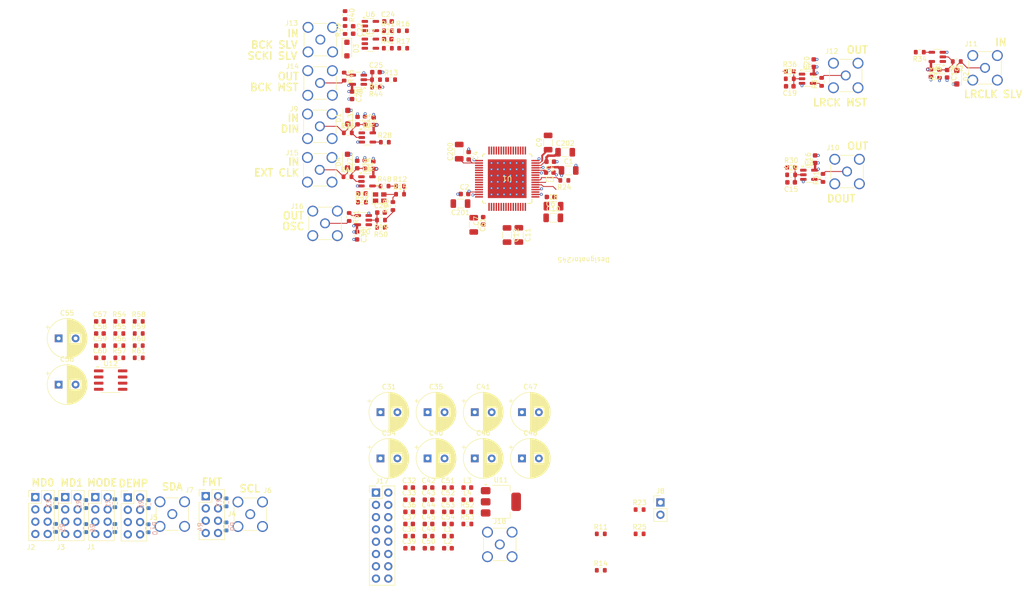
<source format=kicad_pcb>
(kicad_pcb (version 20241229) (generator "pcbnew") (generator_version "9.0")
  (layers (0 "F.Cu" signal) (2 "B.Cu" signal) (13 "F.Paste" user) (15 "B.Paste" user) (5 "F.SilkS" user "F.Silkscreen") (7 "B.SilkS" user "B.Silkscreen") (1 "F.Mask" user) (3 "B.Mask" user) (25 "Edge.Cuts" user))
  (net 0 "")
  (net 1 "+3.3V")
  (net 2 "GND")
  (net 3 "Net-(U1-VCCDA2)")
  (net 4 "Net-(U1-VCCDA1)")
  (net 5 "Net-(U1-VCCAD1)")
  (net 6 "Net-(U1-VCOMDA)")
  (net 7 "Net-(U1-VCOMAD)")
  (net 8 "Net-(U1-VREFAD2)")
  (net 9 "Net-(U1-AREFAD1)")
  (net 10 "VDD")
  (net 13 "/MD0")
  (net 15 "/DEMP_SDA")
  (net 16 "/MD1")
  (net 25 "/FMT_SCL")
  (net 34 "Net-(U1-ZERO)")
  (net 35 "/din1/OUT")
  (net 39 "/MODE")
  (net 45 "/SCKI")
  (net 52 "Net-(U1-DOUT1)")
  (net 53 "Net-(J8-Pin_2)")
  (net 55 "Net-(C59-Pad1)")
  (net 57 "Net-(C58-Pad2)")
  (net 58 "Net-(C59-Pad2)")
  (net 60 "/amp/VOCM")
  (net 62 "Net-(C58-Pad1)")
  (net 63 "Net-(Y1-~{ST})")
  (net 64 "/oscillator/OSC_OUT")
  (net 65 "Net-(C13-Pad1)")
  (net 66 "Net-(C15-Pad1)")
  (net 67 "Net-(C17-Pad1)")
  (net 68 "Net-(C19-Pad1)")
  (net 69 "Net-(C22-Pad1)")
  (net 70 "Net-(C25-Pad1)")
  (net 71 "Net-(C27-Pad1)")
  (net 72 "Net-(C29-Pad1)")
  (net 73 "Net-(C31-Pad1)")
  (net 74 "+5V")
  (net 75 "Net-(U11-VI)")
  (net 76 "/power/EURO_+12V")
  (net 77 "/power/EURO_-12V")
  (net 78 "+12V")
  (net 79 "-12V")
  (net 81 "Net-(C55-Pad1)")
  (net 82 "Net-(C56-Pad1)")
  (net 84 "Net-(C57-Pad1)")
  (net 85 "Net-(C57-Pad2)")
  (net 86 "Net-(C60-Pad2)")
  (net 87 "Net-(C60-Pad1)")
  (net 88 "Net-(D1-K)")
  (net 89 "Net-(D2-K)")
  (net 90 "Net-(D3-K)")
  (net 91 "Net-(D4-K)")
  (net 92 "Net-(J1-Pin_4)")
  (net 93 "Net-(J1-Pin_6)")
  (net 94 "Net-(J2-Pin_4)")
  (net 95 "Net-(J2-Pin_6)")
  (net 96 "Net-(J3-Pin_4)")
  (net 97 "Net-(J3-Pin_6)")
  (net 98 "Net-(J4-Pin_4)")
  (net 99 "Net-(J4-Pin_6)")
  (net 100 "Net-(J5-Pin_4)")
  (net 101 "Net-(J5-Pin_6)")
  (net 102 "Net-(J10-In)")
  (net 103 "Net-(J12-In)")
  (net 104 "Net-(J14-In)")
  (net 105 "Net-(J16-In)")
  (net 106 "/power/EURO_+5V")
  (net 111 "Net-(J18-In)")
  (net 112 "/LRCK")
  (net 113 "/lrclk_slave/OUT")
  (net 114 "/external_clock/OUT")
  (net 115 "/bck_master/IN")
  (net 116 "/BCK")
  (net 117 "/lrck_master/IN")
  (net 118 "/mclk/OUT1")
  (net 119 "/mclk/OUT2")
  (net 120 "/osc_out/IN")
  (net 121 "/dout1/IN")
  (net 122 "Net-(R28-Pad1)")
  (net 123 "Net-(R31-Pad1)")
  (net 124 "Net-(R34-Pad1)")
  (net 125 "Net-(R37-Pad1)")
  (net 126 "Net-(R41-Pad1)")
  (net 127 "Net-(R42-Pad1)")
  (net 128 "Net-(R45-Pad1)")
  (net 129 "Net-(R48-Pad1)")
  (net 130 "Net-(R51-Pad1)")
  (footprint "Resistor_SMD:R_0603_1608Metric" (layer "F.Cu") (at 83.3774 119.8118 -90)
    (property "Reference" "R51")
    (property "Value" "22")
  )
  (footprint "Resistor_SMD:R_0603_1608Metric" (layer "F.Cu") (at 143.3952 180.3238)
    (property "Reference" "R23")
    (property "Value" "4.7k")
  )
  (footprint "Connector_Coaxial:SMA_Amphenol_901-144_Vertical" (layer "F.Cu") (at 114.5014 187.5294)
    (property "Reference" "J18")
    (property "Value" "Conn_Coaxial")
  )
  (footprint "Inductor_SMD:L_0603_1608Metric" (layer "F.Cu") (at 103.7914 185.8094)
    (property "Reference" "L1")
    (property "Value" "L_Ferrite_Small")
  )
  (footprint "Capacitor_SMD:C_0603_1608Metric" (layer "F.Cu") (at 103.7914 178.2794)
    (property "Reference" "C52")
    (property "Value" "C_Small")
  )
  (footprint "Capacitor_SMD:C_1206_3216Metric" (layer "F.Cu") (at 128.0142 106.426)
    (property "Reference" "C202")
    (property "Value" "10uF")
  )
  (footprint "Resistor_SMD:R_0603_1608Metric" (layer "F.Cu") (at 181.2798 111.7346 90)
    (property "Reference" "R31")
    (property "Value" "22")
  )
  (footprint "Capacitor_SMD:C_0603_1608Metric" (layer "F.Cu") (at 124.8286 110.617 180)
    (property "Reference" "C3")
    (property "Value" "1uF")
  )
  (footprint "Capacitor_THT:CP_Radial_D8.0mm_P3.50mm" (layer "F.Cu") (at 99.590796 169.7394)
    (property "Reference" "C40")
    (property "Value" "C_Polarized_Small")
  )
  (footprint "Diode_SMD:D_SOD-123F" (layer "F.Cu") (at 208.926 90.9066 -90)
    (property "Reference" "D2")
    (property "Value" "D_Zener_Small")
  )
  (footprint "Resistor_SMD:R_0603_1608Metric" (layer "F.Cu") (at 94.488 81.3054)
    (property "Reference" "R16")
    (property "Value" "0")
  )
  (footprint "Connector_PinHeader_2.54mm:PinHeader_1x02_P2.54mm_Vertical" (layer "F.Cu") (at 147.6952 178.8538)
    (property "Reference" "J8")
    (property "Value" "Conn_01x02_Pin")
  )
  (footprint "Capacitor_SMD:C_0603_1608Metric" (layer "F.Cu") (at 88.4382 100.0204 90)
    (property "Reference" "C14")
    (property "Value" "100nF")
  )
  (footprint "Resistor_SMD:R_0603_1608Metric" (layer "F.Cu") (at 174.4218 91.2368)
    (property "Reference" "R35")
    (property "Value" "0")
  )
  (footprint "Resistor_SMD:R_0603_1608Metric" (layer "F.Cu") (at 107.8014 183.2994)
    (property "Reference" "R53")
    (property "Value" "0")
  )
  (footprint "Capacitor_SMD:C_0603_1608Metric" (layer "F.Cu") (at 99.7814 183.2994)
    (property "Reference" "C45")
    (property "Value" "C_Small")
  )
  (footprint "Resistor_SMD:R_0603_1608Metric" (layer "F.Cu") (at 92.0374 91.4146)
    (property "Reference" "R13")
    (property "Value" "0")
  )
  (footprint "Resistor_SMD:R_0603_1608Metric" (layer "F.Cu") (at 89.9428 121.9962 180)
    (property "Reference" "R50")
    (property "Value" "R_Small")
  )
  (footprint "Resistor_SMD:R_0603_1608Metric" (layer "F.Cu") (at 174.435 89.6874)
    (property "Reference" "R36")
    (property "Value" "R_Small")
  )
  (footprint "Oscillator:Oscillator_SMD_SeikoEpson_SG210-4Pin_2.5x2.0mm" (layer "F.Cu") (at 89.6892 115.809)
    (property "Reference" "Y1")
    (property "Value" "SG-210STF 24.5760ML0")
  )
  (footprint "Resistor_SMD:R_0603_1608Metric" (layer "F.Cu") (at 143.3952 185.3438)
    (property "Reference" "R25")
    (property "Value" "220k  5%")
  )
  (footprint "Resistor_SMD:R_0603_1608Metric" (layer "F.Cu") (at 91.4024 81.298)
    (property "Reference" "R41")
    (property "Value" "22")
  )
  (footprint "Capacitor_SMD:C_0603_1608Metric" (layer "F.Cu") (at 179.3748 87.9986 90)
    (property "Reference" "C20")
    (property "Value" "100nF")
  )
  (footprint "Resistor_SMD:R_0603_1608Metric" (layer "F.Cu") (at 208.926 87.6554 180)
    (property "Reference" "R32")
    (property "Value" "0")
  )
  (footprint "Resistor_SMD:R_0603_1608Metric" (layer "F.Cu") (at 86.018 116.7638)
    (property "Reference" "R38")
    (property "Value" "0")
  )
  (footprint "Capacitor_SMD:C_0603_1608Metric" (layer "F.Cu") (at 95.7714 183.2994)
    (property "Reference" "C37")
    (property "Value" "C_Small")
  )
  (footprint "Capacitor_SMD:C_0603_1608Metric" (layer "F.Cu") (at 85.0433 108.9579 90)
    (property "Reference" "C27")
    (property "Value" "C_Small")
  )
  (footprint "Connector_PinHeader_2.54mm:PinHeader_2x04_P2.54mm_Vertical" (layer "F.Cu") (at 37.6428 177.8254)
    (property "Reference" "J5")
    (property "Value" "Conn_02x04_Odd_Even")
  )
  (footprint "Capacitor_SMD:C_0603_1608Metric" (layer "F.Cu") (at 85.003 123.685 -90)
    (property "Reference" "C30")
    (property "Value" "100nF")
  )
  (footprint "Resistor_SMD:R_0603_1608Metric" (layer "F.Cu") (at 82.3468 90.7796 -90)
    (property "Reference" "R45")
    (property "Value" "22")
  )
  (footprint "Resistor_SMD:R_0603_1608Metric" (layer "F.Cu") (at 135.3752 192.8738)
    (property "Reference" "R14")
    (property "Value" "0")
  )
  (footprint "Resistor_SMD:R_0603_1608Metric" (layer "F.Cu") (at 35.891 143.913)
    (property "Reference" "R55")
    (property "Value" "1.1k")
  )
  (footprint "Capacitor_SMD:C_1206_3216Metric" (layer "F.Cu") (at 106.377 117.0432 180)
    (property "Reference" "C201")
    (property "Value" "10uF")
  )
  (footprint "Resistor_SMD:R_0603_1608Metric" (layer "F.Cu") (at 201.2806 85.725 180)
    (property "Reference" "R34")
    (property "Value" "22")
  )
  (footprint "Capacitor_SMD:C_0603_1608Metric" (layer "F.Cu") (at 108.077 107.1496 -90)
    (property "Reference" "C4")
    (property "Value" "1uF")
  )
  (footprint "Resistor_SMD:R_0603_1608Metric" (layer "F.Cu") (at 93.8784 113.4364)
    (property "Reference" "R12")
    (property "Value" "0")
  )
  (footprint "Capacitor_SMD:C_0603_1608Metric" (layer "F.Cu") (at 203.592 90.0554 -90)
    (property "Reference" "C18")
    (property "Value" "100nF")
  )
  (footprint "Connector_PinHeader_2.54mm:PinHeader_2x04_P2.54mm_Vertical" (layer "F.Cu") (at 24.7142 177.7492)
    (property "Reference" "J3")
    (property "Value" "Conn_02x04_Odd_Even")
  )
  (footprint "Connector_Coaxial:SMA_Amphenol_901-144_Vertical" (layer "F.Cu") (at 46.8376 181.2544)
    (property "Reference" "J7")
    (property "Value" "Conn_Coaxial")
  )
  (footprint "Resistor_SMD:R_0603_1608Metric" (layer "F.Cu") (at 94.5388 84.9122)
    (property "Reference" "R17")
    (property "Value" "0")
  )
  (footprint "Capacitor_SMD:C_0603_1608Metric" (layer "F.Cu") (at 91.3583 83.0326)
    (property "Reference" "C23")
    (property "Value" "100nF")
  )
  (footprint "Inductor_SMD:L_0603_1608Metric" (layer "F.Cu") (at 107.8014 175.7694)
    (property "Reference" "L3")
    (property "Value" "L_Ferrite_Small")
  )
  (footprint "Diode_SMD:D_SOD-123F" (layer "F.Cu") (at 83.0367 108.2467 90)
    (property "Reference" "D4")
    (property "Value" "D_Zener_Small")
  )
  (footprint "Capacitor_SMD:C_0603_1608Metric" (layer "F.Cu") (at 95.7714 180.7894)
    (property "Reference" "C36")
    (property "Value" "C_Small")
  )
  (footprint "Capacitor_THT:CP_Radial_D8.0mm_P3.50mm" (layer "F.Cu") (at 23.355698 144.923)
    (property "Reference" "C55")
    (property "Value" "C_Polarized_Small")
  )
  (footprint "Capacitor_SMD:C_0603_1608Metric" (layer "F.Cu") (at 95.7714 185.8094)
    (property "Reference" "C38")
    (property "Value" "C_Small")
  )
  (footprint "Resistor_SMD:R_0603_1608Metric" (layer "F.Cu") (at 92.4198 117.5512 90)
    (property "Reference" "R18")
    (property "Value" "0")
  )
  (footprint "Capacitor_SMD:C_0603_1608Metric" (layer "F.Cu") (at 89.956 118.8974)
    (property "Reference" "C29")
    (property "Value" "C_Small")
  )
  (footprint "Package_TO_SOT_SMD:SOT-223" (layer "F.Cu") (at 114.7314 178.7144)
    (property "Reference" "U11")
    (property "Value" "TLV1117-33")
  )
  (footprint "Resistor_SMD:R_0603_1608Metric" (layer "F.Cu") (at 93.893 115.1128)
    (property "Reference" "R15")
    (property "Value" "0")
  )
  (footprint "Connector_PinHeader_2.54mm:PinHeader_2x04_P2.54mm_Vertical" (layer "F.Cu") (at 18.542 177.7492)
    (property "Reference" "J2")
    (property "Value" "Conn_02x04_Odd_Even")
  )
  (footprint "Resistor_SMD:R_0603_1608Metric" (layer "F.Cu") (at 86.6856 99.8674 -90)
    (property "Reference" "R27")
    (property "Value" "R_Small")
  )
  (footprint "Resistor_SMD:R_0603_1608Metric" (layer "F.Cu") (at 83.0367 111.4979)
    (property "Reference" "R46")
    (property "Value" "0")
  )
  (footprint "Resistor_SMD:R_0603_1608Metric" (layer "F.Cu") (at 83.1042 102.4204)
    (property "Reference" "R26")
    (property "Value" "0")
  )
  (footprint "Resistor_SMD:R_0603_1608Metric" (layer "F.Cu") (at 205.3446 90.2084 90)
    (property "Reference" "R33")
    (property "Value" "R_Small")
  )
  (footprint "Resistor_SMD:R_0603_1608Metric" (layer "F.Cu") (at 39.901 148.933)
    (property "Reference" "R61")
    (property "Value" "47")
  )
  (footprint "Capacitor_SMD:C_0603_1608Metric" (layer "F.Cu") (at 103.7914 180.7894)
    (property "Reference" "C53")
    (property "Value" "C_Small")
  )
  (footprint "Resistor_SMD:R_0603_1608Metric" (layer "F.Cu") (at 91.3715 84.9122)
    (property "Reference" "R42")
    (property "Value" "22")
  )
  (footprint "Capacitor_SMD:C_0603_1608Metric" (layer "F.Cu") (at 111.0742 120.6122 90)
    (property "Reference" "C7")
    (property "Value" "1uF")
  )
  (footprint "Capacitor_THT:CP_Radial_D8.0mm_P3.50mm" (layer "F.Cu") (at 109.335494 169.7394)
    (property "Reference" "C46")
    (property "Value" "C_Polarized_Small")
  )
  (footprint "Capacitor_SMD:C_0603_1608Metric" (layer "F.Cu") (at 91.4016 79.3676)
    (property "Reference" "C24")
    (property "Value" "100nF")
  )
  (footprint "Package_TO_SOT_SMD:SOT-23-5" (layer "F.Cu") (at 85.2623 91.4298 180)
    (property "Reference" "U8")
    (property "Value" "74LVC1G17")
  )
  (footprint "Diode_SMD:D_SOD-123F" (layer "F.Cu") (at 82.9125 85.09 -90)
    (property "Reference" "D3")
    (property "Value" "D_Zener_Small")
  )
  (footprint "Resistor_SMD:R_0603_1608Metric" (layer "F.Cu") (at 174.7012 111.0996)
    (property "Reference" "R29")
    (property "Value" "0")
  )
  (footprint "Capacitor_SMD:C_1206_3216Metric" (layer "F.Cu") (at 128.729 110.1852)
    (property "Reference" "C1")
    (property "Value" "10uF")
  )
  (footprint "Capacitor_SMD:C_1206_3216Metric" (layer "F.Cu") (at 118.4402 123.5202 -90)
    (property "Reference" "C11")
    (property "Value" "10uF")
  )
  (footprint "Package_TO_SOT_SMD:SOT-23-5" (layer "F.Cu") (at 87.0554 112.4479)
    (property "Reference" "U9")
    (property "Value" "74LVC1G17")
  )
  (footprint "Connector_Coaxial:SMA_Amphenol_901-144_Vertical" (layer "F.Cu") (at 62.9412 181.2798)
    (property "Reference" "J6")
    (property "Value" "Conn_Coaxial")
  )
  (footprint "Capacitor_THT:CP_Radial_D8.0mm_P3.50mm" (layer "F.Cu") (at 119.080192 169.7394)
    (property "Reference" "C48")
    (property "Value" "C_Polarized_Small")
  )
  (footprint "Connector_Coaxial:SMA_Amphenol_901-144_Vertical" (layer "F.Cu") (at 77.3252 101.0619 180)
    (property "Reference" "J9")
    (property "Value" "Conn_Coaxial")
  )
  (footprint "Resistor_SMD:R_0603_1608Metric" (layer "F.Cu") (at 35.891 148.933)
    (property "Reference" "R57")
    (property "Value" "1.1k")
  )
  (footprint "Resistor_SMD:R_0603_1608Metric" (layer "F.Cu") (at 174.7144 109.5502)
    (property "Reference" "R30")
    (property "Value" "R_Small")
  )
  (footprint "Resistor_SMD:R_0603_1608Metric" (layer "F.Cu") (at 82.5315 81.1398 90)
    (property "Reference" "R39")
    (property "Value" "0")
  )
  (footprint "footprints:PAP0064J_M" (layer "F.Cu") (at 116.034201 111.902399 180)
    (property "Reference" "U1")
    (property "Value" "PCM3168APAPR")
  )
  (footprint "Package_TO_SOT_SMD:SOT-23-5" (layer "F.Cu") (at 87.7515 83.9724)
    (property "Reference" "U7")
    (property "Value" "74LVC1G17")
  )
  (footprint "Capacitor_SMD:C_0603_1608Metric" (layer "F.Cu") (at 95.7714 175.7694)
    (property "Reference" "C32")
    (property "Value" "C_Small")
  )
  (footprint "Resistor_SMD:R_0603_1608Metric" (layer "F.Cu") (at 86.6181 108.9449 -90)
    (property "Reference" "R47")
    (property "Value" "R_Small")
  )
  (footprint "Connector_Coaxial:SMA_Amphenol_901-144_Vertical" (layer "F.Cu") (at 78.399 121.1326 180)
    (property "Reference" "J16")
    (property "Value" "Conn_Coaxial")
  )
  (footprint "Package_TO_SOT_SMD:SOT-23-5" (layer "F.Cu") (at 204.9073 86.7054 180)
    (property "Reference" "U4")
    (property "Value" "74LVC1G17")
  )
  (footprint "Inductor_SMD:L_0603_1608Metric" (layer "F.Cu") (at 103.7914 188.3194)
    (property "Reference" "L2")
    (property "Value" "L_Ferrite_Small")
  )
  (footprint "Capacitor_SMD:C_0603_1608Metric" (layer "F.Cu") (at 124.9946 115.6716 180)
    (property "Reference" "C6")
    (property "Value" "1uF")
  )
  (footprint "Resistor_SMD:R_0603_1608Metric" (layer "F.Cu") (at 127.8388 112.2426 180)
    (property "Reference" "R24")
    (property "Value" "22")
  )
  (footprint "Capacitor_SMD:C_0603_1608Metric" (layer "F.Cu") (at 99.7814 178.2794)
    (property "Reference" "C43")
    (property "Value" "C_Small")
  )
  (footprint "Resistor_SMD:R_0603_1608Metric" (layer "F.Cu") (at 39.901 146.423)
    (property "Reference" "R60")
    (property "Value" "47")
  )
  (footprint "Resistor_SMD:R_0603_1608Metric" (layer "F.Cu") (at 35.891 141.403)
    (property "Reference" "R54")
    (property "Value" "1.1k")
  )
  (footprint "Capacitor_SMD:C_1206_3216Metric" (layer "F.Cu") (at 106.1212 106.3008 90)
    (property "Reference" "C200")
    (property "Value" "10uF")
  )
  (footprint "Connector_Coaxial:SMA_Amphenol_901-144_Vertical" (layer "F.Cu") (at 186.2582 110.4138)
    (property "Reference" "J10")
    (property "Value" "Conn_Coaxial")
  )
  (footprint "Capacitor_SMD:C_0603_1608Metric" (layer "F.Cu") (at 103.7914 183.2994)
    (property "Reference" "C54")
    (property "Value" "C_Small")
  )
  (footprint "Capacitor_SMD:C_0603_1608Metric" (layer "F.Cu") (at 84.2079 81.14 -90)
    (property "Reference" "C22")
    (property "Value" "C_Small")
  )
  (footprint "Capacitor_THT:CP_Radial_D8.0mm_P3.50mm" (layer "F.Cu") (at 89.846098 169.7394)
    (property "Reference" "C34")
    (property "Value" "C_Polarized_Small")
  )
  (footprint "Capacitor_SMD:C_0603_1608Metric" (layer "F.Cu") (at 31.881 143.913)
    (property "Reference" "C58")
    (property "Value" "1n")
  )
  (footprint "Package_TO_SOT_SMD:SOT-23-5" (layer "F.Cu") (at 86.2929 120.462 180)
    (property "Reference" "U10")
    (property "Value" "74LVC1G17")
  )
  (footprint "Capacitor_THT:CP_Radial_D8.0mm_P3.50mm" (layer "F.Cu") (at 119.080192 160.1894)
    (property "Reference" "C47")
    (property "Value" "C_Polarized_Small")
  )
  (footprint "Package_SO:SOIC-8_3.9x4.9mm_P1.27mm" (layer "F.Cu") (at 34.101 153.543)
    (property "Reference" "U12")
    (property "Value" "OPA1637")
  )
  (footprint "Resistor_SMD:R_0603_1608Metric" (layer "F.Cu") (at 90.6821 113.4283)
    (property "Reference" "R48")
    (property "Value" "22")
  )
  (footprint "Resistor_SMD:R_0603_1608Metric" (layer "F.Cu") (at 181.0004 91.8718 90)
    (property "Reference" "R37")
    (property "Value" "22")
  )
  (footprint "Capacitor_SMD:C_0603_1608Metric" (layer "F.Cu") (at 99.7814 180.7894)
    (property "Reference" "C44")
    (property "Value" "C_Small")
  )
  (footprint "Capacitor_SMD:C_0603_1608Metric" (layer "F.Cu") (at 99.7814 188.3194)
    (property "Reference" "C50")
    (property "Value" "C_Small")
  )
  (footprint "Capacitor_SMD:C_0603_1608Metric" (layer "F.Cu") (at 31.881 148.933)
    (property "Reference" "C60")
    (property "Value" "39n")
  )
  (footprint "Resistor_SMD:R_0603_1608Metric" (layer "F.Cu") (at 39.901 143.913)
    (property "Reference" "R59")
    (property "Value" "560")
  )
  (footprint "Capacitor_SMD:C_0603_1608Metric" (layer "F.Cu") (at 85.1108 99.8804 90)
    (property "Reference" "C13")
    (property "Value" "C_Small")
  )
  (footprint "Capacitor_SMD:C_0603_1608Metric" (layer "F.Cu") (at 99.7814 175.7694)
    (property "Reference" "C42")
    (property "Value" "C_Small")
  )
  (footprint "Capacitor_THT:CP_Radial_D8.0mm_P3.50mm" (layer "F.Cu") (at 109.335494 160.1894)
    (property "Reference" "C41")
    (property "Value" "C_Polarized_Small")
  )
  (footprint "Capacitor_SMD:C_0603_1608Metric" (layer "F.Cu") (at 103.7914 175.7694)
    (property "Reference" "C51")
    (property "Value" "C_Small")
  )
  (footprint "Package_TO_SOT_SMD:SOT-23-5" (layer "F.Cu") (at 178.3643 111.0844)
    (property "Reference" "U3")
    (property "Value" "74LVC1G17")
  )
  (footprint "Connector_PinHeader_2.54mm:PinHeader_2x04_P2.54mm_Vertical" (layer "F.Cu") (at 30.9372 177.7492)
    (property "Reference" "J1")
    (property "Value" "Conn_02x04_Odd_Even")
  )
  (footprint "Capacitor_SMD:C_1206_3216Metric" (layer "F.Cu") (at 125.5528 119.9896)
    (property "Reference" "C10")
    (property "Value" "10uF")
  )
  (footprint "Capacitor_THT:CP_Radial_D8.0mm_P3.50mm" (layer "F.Cu") (at 23.355698 154.473)
    (property "Reference" "C56")
    (property "Value" "C_Polarized_Small")
  )
  (footprint "Resistor_SMD:R_0603_1608Metric" (layer "F.Cu") (at 89.956 120.4468 180)
    (property "Reference" "R49")
    (property "Value" "0")
  )
  (footprint "Capacitor_SMD:C_1206_3216Metric" (layer "F.Cu") (at 116.0018 123.5456 -90)
    (property "Reference" "C12")
    (property "Value" "10uF")
  )
  (footprint "Diode_SMD:D_SOD-123F" (layer "F.Cu") (at 83.1042 99.1692 90)
    (property "Reference" "D1")
    (property "Value" "D_Zener_Small")
  )
  (footprint "Capacitor_SMD:C_0603_1608Metric" (layer "F.Cu") (at 99.7814 185.8094)
    (property "Reference" "C49")
    (property "Value" "C_Small")
  )
  (footprint "Capacitor_SMD:C_1206_3216Metric" (layer "F.Cu") (at 109.1184 121.4356 -90)
    (property "Reference" "C61")
    (property "Value" "10uF")
  )
  (footprint "Connector_Coaxial:SMA_Amphenol_901-144_Vertical" (layer "F.Cu") (at 77.2963 110.0582 180)
    (property "Reference" "J15")
    (property "Value" "Conn_Coaxial")
  )
  (footprint "Capacitor_SMD:C_0603_1608Metric" (layer "F.Cu") (at 83.9724 94.6528 -90)
    (property "Reference" "C26")
    (property "Value" "100nF")
  )
  (footprint "Connector_Coaxial:SMA_Amphenol_901-144_Vertical" (layer "F.Cu") (at 214.768 88.9732)
    (property "Reference" "J11")
    (property "Value" "Conn_Coaxial")
  )
  (footprint "Capacitor_SMD:C_0603_1608Metric" (layer "F.Cu") (at 179.6542 107.8614 90)
    (property "Reference" "C16")
    (property "Value" "100nF")
  )
  (footprint "Resistor_SMD:R_0603_1608Metric" (layer "F.Cu") (at 107.8014 180.7894)
    (property "Reference" "R52")
    (property "Value" "0")
  )
  (footprint "Resistor_SMD:R_0603_1608Metric" (layer "F.Cu") (at 35.891 146.423)
    (property "Reference" "R56")
    (property "Value" "1.1k")
  )
  (footprint "Connector_Coaxial:SMA_Amphenol_901-144_Vertical" (layer "F.Cu") (at 185.9788 90.551)
    (property "Reference" "J12")
    (property "Value" "Conn_Coaxial")
  )
  (footprint "Capacitor_SMD:C_0603_1608Metric" (layer "F.Cu") (at 174.7012 112.649 180)
    (property "Reference" "C15")
    (property "Value" "C_Small")
  )
  (footprint "Inductor_SMD:L_0603_1608Metric" (layer "F.Cu") (at 107.8014 178.2794)
    (property "Reference" "L4")
    (property "Value" "L_Ferrite_Small")
  )
  (footprint "Connector_Coaxial:SMA_Amphenol_901-144_Vertical" (layer "F.Cu") (at 77.3684 92.1004 180)
    (property "Reference" "J14")
    (property "Value" "Conn_Coaxial")
  )
  (footprint "Capacitor_SMD:C_0603_1608Metric" (layer "F.Cu") (at 124.9296 108.3818 180)
    (property "Reference" "C5")
    (property "Value" "1uF")
  )
  (footprint "Resistor_SMD:R_0603_1608Metric" (layer "F.Cu") (at 135.3752 185.3438)
    (property "Reference" "R11")
    (property "Value" "0")
  )
  (footprint "Capacitor_SMD:C_1206_3216Metric" (layer "F.Cu") (at 125.6054 117.5766)
    (property "Reference" "C8")
    (property "Value" "10uF")
  )
  (footprint "Capacitor_SMD:C_0603_1608Metric" (layer "F.Cu") (at 206.9194 90.1954 -90)
    (property "Reference" "C17")
    (property "Value" "C_Small")
  )
  (footprint "Capacitor_SMD:C_0603_1608Metric" (layer "F.Cu") (at 95.7714 188.3194)
    (property "Reference" "C39")
    (property "Value" "C_Small")
  )
  (footprint "Resistor_SMD:R_0603_1608Metric" (layer "F.Cu") (at 82.5315 78.0674 -90)
    (property "Reference" "R40")
    (property "Value" "R_Small")
  )
  (footprint "Resistor_SMD:R_0603_1608Metric" (layer "F.Cu") (at 39.901 141.403)
    (property "Reference" "R58")
    (property "Value" "560")
  )
  (footprint "Capacitor_SMD:C_0603_1608Metric" (layer "F.Cu") (at 86.018 114.9604 180)
    (property "Reference" "C21")
    (property "Value" "100nF")
  )
  (footprint "Package_TO_SOT_SMD:SOT-23-5" (layer "F.Cu") (at 87.757 80.3187)
    (property "Reference" "U6")
    (property "Value" "74LVC1G17")
  )
  (footprint "Resistor_SMD:R_0603_1608Metric" (layer "F.Cu") (at 88.9122 92.964 180)
    (property "Reference" "R44")
    (property "Value" "R_Small")
  )
  (footprint "Connector_PinHeader_2.54mm:PinHeader_2x08_P2.54mm_Vertical" (layer "F.Cu") (at 88.9214 176.8094)
    (property "Reference" "J17")
    (property "Value" "Conn_02x08_Odd_Even")
  )
  (footprint "Capacitor_SMD:C_0603_1608Metric" (layer "F.Cu") (at 88.3707 109.0979 90)
    (property "Reference" "C28")
    (property "Value" "100nF")
  )
  (footprint "Capacitor_SMD:C_0603_1608Metric" (layer "F.Cu") (at 88.9254 89.8652)
    (property "Reference" "C25")
    (property "Value" "C_Small")
  )
  (footprint "Capacitor_THT:CP_Radial_D8.0mm_P3.50mm" (layer "F.Cu") (at 99.590796 160.1894)
    (property "Reference" "C35")
    (property "Value" "C_Polarized_Small")
  )
  (footprint "Capacitor_SMD:C_0603_1608Metric" (layer "F.Cu") (at 95.7714 178.2794)
    (property "Reference" "C33")
    (property "Value" "C_Small")
  )
  (footprint "Capacitor_SMD:C_0603_1608Metric" (layer "F.Cu") (at 174.4218 92.7862 180)
    (property "Reference" "C19")
    (property "Value" "C_Small")
  )
  (footprint "Connector_PinHeader_2.54mm:PinHeader_2x04_P2.54mm_Vertical" (layer "F.Cu") (at 53.7464 177.546)
    (property "Reference" "J4")
    (property "Value" "Conn_02x04_Odd_Even")
  )
  (footprint "Capacitor_SMD:C_0603_1608Metric" (layer "F.Cu") (at 107.2134 115.062)
    (property "Reference" "C2")
    (property "Value" "1uF")
  )
  (footprint "Package_TO_SOT_SMD:SOT-23-5" (layer "F.Cu") (at 87.1229 103.3704)
    (property "Reference" "U2")
    (property "Value" "74LVC1G17")
  )
  (footprint "Capacitor_SMD:C_0603_1608Metric" (layer "F.Cu") (at 31.881 146.423)
    (property "Reference" "C59")
    (property "Value" "1n")
  )
  (footprint "Package_TO_SOT_SMD:SOT-23-5" (layer "F.Cu") (at 178.0849 91.2216)
    (property "Reference" "U5")
    (property "Value" "74LVC1G17")
  )
  (footprint "Resistor_SMD:R_0603_1608Metric" (layer "F.Cu") (at 88.9254 91.4146 180)
    (property "Reference" "R43")
    (property "Value" "0")
  )
  (footprint "Capacitor_SMD:C_1206_3216Metric" (layer "F.Cu") (at 124.4854 104.4194 90)
    (property "Reference" "C9")
    (property "Value" "10uF")
  )
  (footprint "Connector_Coaxial:SMA_Amphenol_901-144_Vertical" (layer "F.Cu") (at 77.4261 83.1342)
    (property "Reference" "J13")
    (property "Value" "Conn_Coaxial")
  )
  (footprint "Capacitor_THT:CP_Radial_D8.0mm_P3.50mm" (layer "F.Cu") (at 89.846098 160.1894)
    (property "Reference" "C31")
    (property "Value" "C_Polarized_Small")
  )
  (footprint "Capacitor_SMD:C_0603_1608Metric" (layer "F.Cu") (at 31.881 141.403)
    (property "Reference" "C57")
    (property "Value" "6.8n")
  )
  (footprint "Resistor_SMD:R_0603_1608Metric" (layer "F.Cu") (at 90.7496 104.3508)
    (property "Reference" "R28")
    (property "Value" "22")
  )
  (footprint "Resistor_SMD:R_0603_1608Metric" (layer "B.Cu") (at 28.9814 184.15 90)
    (property "Reference" "R6")
    (property "Value" "220k  5%")
  )
  (footprint "Resistor_SMD:R_0603_1608Metric" (layer "B.Cu") (at 41.8846 179.197 -90)
    (property "Reference" "R8")
    (property "Value" "220k  5%")
  )
  (footprint "Resistor_SMD:R_0603_1608Metric" (layer "B.Cu") (at 34.9758 179.007 -90)
    (property "Reference" "R1")
    (property "Value" "220k  5%")
  )
  (footprint "Resistor_SMD:R_0603_1608Metric" (layer "B.Cu") (at 57.9628 183.8066 90)
    (property "Reference" "R9")
    (property "Value" "220k  5%")
  )
  (footprint "Resistor_SMD:R_0603_1608Metric" (layer "B.Cu") (at 34.9758 184.1378 90)
    (property "Reference" "R4")
    (property "Value" "220k  5%")
  )
  (footprint "Resistor_SMD:R_0603_1608Metric" (layer "B.Cu") (at 22.7838 178.9816 -90)
    (property "Reference" "R2")
    (property "Value" "220k  5%")
  )
  (footprint "Resistor_SMD:R_0603_1608Metric" (layer "B.Cu") (at 22.733 184.1124 90)
    (property "Reference" "R5")
    (property "Value" "220k  5%")
  )
  (footprint "Resistor_SMD:R_0603_1608Metric" (layer "B.Cu") (at 28.9814 179.1838 -90)
    (property "Reference" "R3")
    (property "Value" "220k  5%")
  )
  (footprint "Resistor_SMD:R_0603_1608Metric" (layer "B.Cu") (at 57.9628 178.8282 -90)
    (property "Reference" "R7")
    (property "Value" "220k  5%")
  )
  (footprint "Resistor_SMD:R_0603_1608Metric" (layer "B.Cu") (at 41.8592 184.1876 90)
    (property "Reference" "R10")
    (property "Value" "220k  5%")
  )
  (gr_text "LRCK MST" (at 179.0446 97.028 0) (layer "F.SilkS") (effects (font (size 1.5 1.5) (thickness 0.3) (bold yes)) (justify left bottom)))
  (gr_text "IN" (at 70.4926 100.2491 0) (layer "F.SilkS") (effects (font (size 1.5 1.5) (thickness 0.3) (bold yes)) (justify left bottom)))
  (gr_text "MODE" (at 29.083 175.641 0) (layer "F.SilkS") (effects (font (size 1.5 1.5) (thickness 0.3) (bold yes)) (justify left bottom)))
  (gr_text "OUT" (at 69.5198 120.4214 0) (layer "F.SilkS") (effects (font (size 1.5 1.5) (thickness 0.3) (bold yes)) (justify left bottom)))
  (gr_text "OSC" (at 69.3674 122.6312 0) (layer "F.SilkS") (effects (font (size 1.5 1.5) (thickness 0.3) (bold yes)) (justify left bottom)))
  (gr_text "IN" (at 216.6984 84.579 0) (layer "F.SilkS") (effects (font (size 1.5 1.5) (thickness 0.3) (bold yes)) (justify left bottom)))
  (gr_text "BCK SLV" (at 62.9158 85.09 0) (layer "F.SilkS") (effects (font (size 1.5 1.5) (thickness 0.3) (bold yes)) (justify left bottom)))
  (gr_text "OUT" (at 68.453 91.6178 0) (layer "F.SilkS") (effects (font (size 1.5 1.5) (thickness 0.3) (bold yes)) (justify left bottom)))
  (gr_text "DOUT" (at 181.9402 116.8908 0) (layer "F.SilkS") (effects (font (size 1.5 1.5) (thickness 0.3) (bold yes)) (justify left bottom)))
  (gr_text "SDA" (at 44.5262 176.4792 0) (layer "F.SilkS") (effects (font (size 1.5 1.5) (thickness 0.3) (bold yes)) (justify left bottom)))
  (gr_text "EXT CLK" (at 63.5508 111.5314 0) (layer "F.SilkS") (effects (font (size 1.5 1.5) (thickness 0.3) (bold yes)) (justify left bottom)))
  (gr_text "DIN" (at 69.0702 102.4843 0) (layer "F.SilkS") (effects (font (size 1.5 1.5) (thickness 0.3) (bold yes)) (justify left bottom)))
  (gr_text "OUT" (at 186.0296 86.1314 0) (layer "F.SilkS") (effects (font (size 1.5 1.5) (thickness 0.3) (bold yes)) (justify left bottom)))
  (gr_text "FMT" (at 52.7558 175.514 0) (layer "F.SilkS") (effects (font (size 1.5 1.5) (thickness 0.3) (bold yes)) (justify left bottom)))
  (gr_text "LRCLK SLV" (at 210.2214 95.2978 0) (layer "F.SilkS") (effects (font (size 1.5 1.5) (thickness 0.3) (bold yes)) (justify left bottom)))
  (gr_text "IN" (at 70.5866 109.2962 0) (layer "F.SilkS") (effects (font (size 1.5 1.5) (thickness 0.3) (bold yes)) (justify left bottom)))
  (gr_text "DEMP" (at 35.56 175.7934 0) (layer "F.SilkS") (effects (font (size 1.5 1.5) (thickness 0.3) (bold yes)) (justify left bottom)))
  (gr_text "SCKI SLV" (at 62.2046 87.376 0) (layer "F.SilkS") (effects (font (size 1.5 1.5) (thickness 0.3) (bold yes)) (justify left bottom)))
  (gr_text "IN" (at 70.4342 82.7278 0) (layer "F.SilkS") (effects (font (size 1.5 1.5) (thickness 0.3) (bold yes)) (justify left bottom)))
  (gr_text "BCK MST" (at 62.738 93.8784 0) (layer "F.SilkS") (effects (font (size 1.5 1.5) (thickness 0.3) (bold yes)) (justify left bottom)))
  (gr_text "MD0" (at 17.5768 175.641 0) (layer "F.SilkS") (effects (font (size 1.5 1.5) (thickness 0.3) (bold yes)) (justify left bottom)))
  (gr_text "SCL" (at 60.579 176.8602 0) (layer "F.SilkS") (effects (font (size 1.5 1.5) (thickness 0.3) (bold yes)) (justify left bottom)))
  (gr_text "MD1" (at 23.5712 175.6664 0) (layer "F.SilkS") (effects (font (size 1.5 1.5) (thickness 0.3) (bold yes)) (justify left bottom)))
  (gr_text "OUT" (at 186.1058 106.0196 0) (layer "F.SilkS") (effects (font (size 1.5 1.5) (thickness 0.3) (bold yes)) (justify left bottom)))
  (segment (start 126.5936 109.5248) (end 124.3584 109.5248) (width 0.508) (layer "F.Cu") (net 1))
  (segment (start 124.0536 110.617) (end 124.46 110.2106) (width 0.1778) (layer "F.Cu") (net 1))
  (segment (start 123.7234 110.2614) (end 123.8758 110.4138) (width 0.508) (layer "F.Cu") (net 1))
  (segment (start 127.254 110.1852) (end 127.254 111.2266) (width 0.508) (layer "F.Cu") (net 1))
  (segment (start 108.398001 114.652399) (end 107.9884 115.062) (width 0.1778) (layer "F.Cu") (net 1))
  (segment (start 124.46 110.2106) (end 124.6632 110.2106) (width 0.1778) (layer "F.Cu") (net 1))
  (segment (start 123.5382 110.1524) (end 123.5456 110.1598) (width 0.1778) (layer "F.Cu") (net 1))
  (segment (start 124.0536 110.617) (end 124.0028 110.617) (width 0.508) (layer "F.Cu") (net 1))
  (segment (start 108.1532 114.4778) (end 108.1532 114.8972) (width 0.1778) (layer "F.Cu") (net 1))
  (segment (start 127.254 110.1852) (end 126.5936 109.5248) (width 0.508) (layer "F.Cu") (net 1))
  (segment (start 110.209201 114.652399) (end 108.398001 114.652399) (width 0.1778) (layer "F.Cu") (net 1))
  (segment (start 121.859201 110.1524) (end 123.5382 110.1524) (width 0.1778) (layer "F.Cu") (net 1))
  (segment (start 127.254 111.2266) (end 127.2794 111.252) (width 0.508) (layer "F.Cu") (net 1))
  (segment (start 108.1532 114.8972) (end 107.9884 115.062) (width 0.1778) (layer "F.Cu") (net 1))
  (via (at 108.1532 114.4778) (size 0.6) (drill 0.3) (layers "F.Cu" "B.Cu") (net 1))
  (via (at 124.6632 110.2106) (size 0.6) (drill 0.3) (layers "F.Cu" "B.Cu") (net 1))
  (via (at 127.2794 111.252) (size 0.6) (drill 0.3) (layers "F.Cu" "B.Cu") (net 1))
  (segment (start 173.8894 109.5502) (end 173.3042 109.5502) (width 0.1778) (layer "F.Cu") (net 2))
  (segment (start 85.003 124.46) (end 84.3426 124.46) (width 0.1778) (layer "F.Cu") (net 2))
  (segment (start 83.9724 95.4278) (end 83.312 95.4278) (width 0.1778) (layer "F.Cu") (net 2))
  (segment (start 123.074202 115.152398) (end 123.0884 115.1382) (width 0.1778) (layer "F.Cu") (net 2))
  (segment (start 176.9474 92.6482) (end 176.9364 92.6592) (width 0.1778) (layer "F.Cu") (net 2))
  (segment (start 87.4304 119.512) (end 87.4304 119.0354) (width 0.1778) (layer "F.Cu") (net 2))
  (segment (start 206.0448 85.7554) (end 206.889 85.7554) (width 0.508) (layer "F.Cu") (net 2))
  (segment (start 109.346199 108.152399) (end 109.1946 108.0008) (width 0.1778) (layer "F.Cu") (net 2))
  (segment (start 110.209201 115.152398) (end 109.053402 115.152398) (width 0.1778) (layer "F.Cu") (net 2))
  (segment (start 130.204 109.1402) (end 130.2258 109.1184) (width 0.1778) (layer "F.Cu") (net 2))
  (segment (start 83.8184 97.7692) (end 83.8408 97.7468) (width 0.1778) (layer "F.Cu") (net 2))
  (segment (start 109.053402 115.152398) (end 108.9406 115.2652) (width 0.1778) (layer "F.Cu") (net 2))
  (segment (start 87.4304 119.0354) (end 87.4414 119.0244) (width 0.1778) (layer "F.Cu") (net 2))
  (segment (start 130.204 110.1852) (end 130.204 109.1402) (width 0.1778) (layer "F.Cu") (net 2))
  (segment (start 85.1412 104.3204) (end 85.1362 104.3254) (width 0.508) (layer "F.Cu") (net 2))
  (segment (start 88.4382 99.2454) (end 88.4382 98.6104) (width 0.1778) (layer "F.Cu") (net 2))
  (segment (start 126.1878 111.0996) (end 126.0862 111.0996) (width 0.1778) (layer "F.Cu") (net 2))
  (segment (start 86.3998 90.0032) (end 86.4108 89.9922) (width 0.1778) (layer "F.Cu") (net 2))
  (segment (start 106.4384 115.062) (end 105.8418 115.062) (width 0.1778) (layer "F.Cu") (net 2))
  (segment (start 208.2118 92.3066) (end 208.1894 92.329) (width 0.1778) (layer "F.Cu") (net 2))
  (segment (start 206.889 85.7554) (end 206.894 85.7504) (width 0.508) (layer "F.Cu") (net 2))
  (segment (start 122.581201 108.152399) (end 122.6058 108.1278) (width 0.1778) (layer "F.Cu") (net 2))
  (segment (start 206.9194 90.9704) (end 206.9194 91.5924) (width 0.1778) (layer "F.Cu") (net 2))
  (segment (start 122.6058 108.1278) (end 122.6058 107.7722) (width 0.1778) (layer "F.Cu") (net 2))
  (segment (start 177.2268 112.511) (end 177.2158 112.522) (width 0.1778) (layer "F.Cu") (net 2))
  (segment (start 177.2268 112.0344) (end 177.2268 112.511) (width 0.1778) (layer "F.Cu") (net 2))
  (segment (start 85.1108 99.1054) (end 85.1108 98.4834) (width 0.1778) (layer "F.Cu") (net 2))
  (segment (start 203.592 90.8304) (end 203.592 91.4654) (width 0.1778) (layer "F.Cu") (net 2))
  (segment (start 89.7372 92.964) (end 90.3224 92.964) (width 0.1778) (layer "F.Cu") (net 2))
  (segment (start 179.6542 107.0864) (end 180.3146 107.0864) (width 0.1778) (layer "F.Cu") (net 2))
  (segment (start 125.7046 108.3818) (end 126.3396 108.3818) (width 0.1778) (layer "F.Cu") (net 2))
  (segment (start 85.0737 113.3979) (end 85.0687 113.4029) (width 0.508) (layer "F.Cu") (net 2))
  (segment (start 85.9179 113.3979) (end 85.0737 113.3979) (width 0.508) (layer "F.Cu") (net 2))
  (segment (start 83.0367 106.8467) (end 83.7509 106.8467) (width 0.1778) (layer "F.Cu") (net 2))
  (segment (start 85.0433 108.1829) (end 85.0433 107.5609) (width 0.1778) (layer "F.Cu") (net 2))
  (segment (start 86.6181 108.1199) (end 86.6181 107.5355) (width 0.1778) (layer "F.Cu") (net 2))
  (segment (start 83.1042 97.7692) (end 83.8184 97.7692) (width 0.1778) (layer "F.Cu") (net 2))
  (segment (start 173.61 89.6874) (end 173.0248 89.6874) (width 0.1778) (layer "F.Cu") (net 2))
  (segment (start 88.3707 108.3229) (end 88.3707 107.6879) (width 0.1778) (layer "F.Cu") (net 2))
  (segment (start 89.7004 89.8652) (end 90.3478 89.8652) (width 0.1778) (layer "F.Cu") (net 2))
  (segment (start 121.859201 115.152398) (end 123.074202 115.152398) (width 0.1778) (layer "F.Cu") (net 2))
  (segment (start 123.047599 110.652399) (end 123.1138 110.7186) (width 0.1778) (layer "F.Cu") (net 2))
  (segment (start 176.9474 92.1716) (end 176.9474 92.6482) (width 0.1778) (layer "F.Cu") (net 2))
  (segment (start 86.6856 99.0424) (end 86.6856 98.458) (width 0.1778) (layer "F.Cu") (net 2))
  (segment (start 121.859201 110.652399) (end 123.047599 110.652399) (width 0.1778) (layer "F.Cu") (net 2))
  (segment (start 110.209201 108.152399) (end 109.346199 108.152399) (width 0.1778) (layer "F.Cu") (net 2))
  (segment (start 83.7509 106.8467) (end 83.7733 106.8243) (width 0.1778) (layer "F.Cu") (net 2))
  (segment (start 179.3748 87.2236) (end 180.0352 87.2236) (width 0.1778) (layer "F.Cu") (net 2))
  (segment (start 90.7678 121.9962) (end 91.353 121.9962) (width 0.1778) (layer "F.Cu") (net 2))
  (segment (start 105.8418 115.062) (end 105.8164 115.0874) (width 0.1778) (layer "F.Cu") (net 2))
  (segment (start 121.859201 108.152399) (end 122.581201 108.152399) (width 0.1778) (layer "F.Cu") (net 2))
  (segment (start 86.3998 90.4798) (end 86.3998 90.0032) (width 0.1778) (layer "F.Cu") (net 2))
  (segment (start 205.3446 91.0334) (end 205.3446 91.6178) (width 0.1778) (layer "F.Cu") (net 2))
  (segment (start 126.0862 111.0996) (end 125.6036 110.617) (width 0.1778) (layer "F.Cu") (net 2))
  (segment (start 108.077 106.3746) (end 108.077 105.7656) (width 0.1778) (layer "F.Cu") (net 2))
  (segment (start 208.926 92.3066) (end 208.2118 92.3066) (width 0.1778) (layer "F.Cu") (net 2))
  (segment (start 85.9854 104.3204) (end 85.1412 104.3204) (width 0.508) (layer "F.Cu") (net 2))
  (via (at 180.0352 87.2236) (size 0.6) (drill 0.3) (layers "F.Cu" "B.Cu") (net 2))
  (via (at 83.312 95.4278) (size 0.6) (drill 0.3) (layers "F.Cu" "B.Cu") (net 2))
  (via (at 85.1108 98.4834) (size 0.6) (drill 0.3) (layers "F.Cu" "B.Cu") (net 2))
  (via (at 83.7733 106.8243) (size 0.6) (drill 0.3) (layers "F.Cu" "B.Cu") (net 2))
  (via (at 205.3446 91.6178) (size 0.6) (drill 0.3) (layers "F.Cu" "B.Cu") (net 2))
  (via (at 109.1946 108.0008) (size 0.6) (drill 0.3) (layers "F.Cu" "B.Cu") (net 2))
  (via (at 83.8408 97.7468) (size 0.6) (drill 0.3) (layers "F.Cu" "B.Cu") (net 2))
  (via (at 86.6181 107.5355) (size 0.6) (drill 0.3) (layers "F.Cu" "B.Cu") (net 2))
  (via (at 180.3146 107.0864) (size 0.6) (drill 0.3) (layers "F.Cu" "B.Cu") (net 2))
  (via (at 85.0687 113.4029) (size 0.6) (drill 0.3) (layers "F.Cu" "B.Cu") (net 2))
  (via (at 123.0884 115.1382) (size 0.6) (drill 0.3) (layers "F.Cu" "B.Cu") (net 2))
  (via (at 176.9364 92.6592) (size 0.6) (drill 0.3) (layers "F.Cu" "B.Cu") (net 2))
  (via (at 85.0433 107.5609) (size 0.6) (drill 0.3) (layers "F.Cu" "B.Cu") (net 2))
  (via (at 108.9406 115.2652) (size 0.6) (drill 0.3) (layers "F.Cu" "B.Cu") (net 2))
  (via (at 177.2158 112.522) (size 0.6) (drill 0.3) (layers "F.Cu" "B.Cu") (net 2))
  (via (at 203.592 91.4654) (size 0.6) (drill 0.3) (layers "F.Cu" "B.Cu") (net 2))
  (via (at 208.1894 92.329) (size 0.6) (drill 0.3) (layers "F.Cu" "B.Cu") (net 2))
  (via (at 130.2258 109.1184) (size 0.6) (drill 0.3) (layers "F.Cu" "B.Cu") (net 2))
  (via (at 84.3426 124.46) (size 0.6) (drill 0.3) (layers "F.Cu" "B.Cu") (net 2))
  (via (at 105.8164 115.0874) (size 0.6) (drill 0.3) (layers "F.Cu" "B.Cu") (net 2))
  (via (at 206.894 85.7504) (size 0.6) (drill 0.3) (layers "F.Cu" "B.Cu") (net 2))
  (via (at 123.1138 110.7186) (size 0.6) (drill 0.3) (layers "F.Cu" "B.Cu") (net 2))
  (via (at 90.3478 89.8652) (size 0.6) (drill 0.3) (layers "F.Cu" "B.Cu") (net 2))
  (via (at 122.6058 107.7722) (size 0.6) (drill 0.3) (layers "F.Cu" "B.Cu") (net 2))
  (via (at 86.6856 98.458) (size 0.6) (drill 0.3) (layers "F.Cu" "B.Cu") (net 2))
  (via (at 88.3707 107.6879) (size 0.6) (drill 0.3) (layers "F.Cu" "B.Cu") (net 2))
  (via (at 87.4414 119.0244) (size 0.6) (drill 0.3) (layers "F.Cu" "B.Cu") (net 2))
  (via (at 126.1878 111.0996) (size 0.6) (drill 0.3) (layers "F.Cu" "B.Cu") (net 2))
  (via (at 126.3396 108.3818) (size 0.6) (drill 0.3) (layers "F.Cu" "B.Cu") (net 2))
  (via (at 88.4382 98.6104) (size 0.6) (drill 0.3) (layers "F.Cu" "B.Cu") (net 2))
  (via (at 108.077 105.7656) (size 0.6) (drill 0.3) (layers "F.Cu" "B.Cu") (net 2))
  (via (at 85.1362 104.3254) (size 0.6) (drill 0.3) (layers "F.Cu" "B.Cu") (net 2))
  (via (at 86.4108 89.9922) (size 0.6) (drill 0.3) (layers "F.Cu" "B.Cu") (net 2))
  (via (at 206.9194 91.5924) (size 0.6) (drill 0.3) (layers "F.Cu" "B.Cu") (net 2))
  (via (at 90.3224 92.964) (size 0.6) (drill 0.3) (layers "F.Cu" "B.Cu") (net 2))
  (segment (start 110.209201 108.652398) (end 108.804798 108.652398) (width 0.1778) (layer "F.Cu") (net 3))
  (segment (start 106.997798 108.652398) (end 106.1212 107.7758) (width 0.1778) (layer "F.Cu") (net 3))
  (segment (start 108.804798 108.652398) (end 106.997798 108.652398) (width 0.1778) (layer "F.Cu") (net 3))
  (segment (start 108.804798 108.652398) (end 108.077 107.9246) (width 0.1778) (layer "F.Cu") (net 3))
  (segment (start 126.5392 106.426) (end 126.5392 106.455) (width 0.508) (layer "F.Cu") (net 4))
  (segment (start 124.4854 107.1372) (end 124.1546 107.468) (width 0.508) (layer "F.Cu") (net 4))
  (segment (start 123.029001 109.152399) (end 121.859201 109.152399) (width 0.1778) (layer "F.Cu") (net 4))
  (segment (start 123.7996 108.3818) (end 123.029001 109.152399) (width 0.1778) (layer "F.Cu") (net 4))
  (segment (start 124.1546 107.468) (end 124.1546 108.3818) (width 0.508) (layer "F.Cu") (net 4))
  (segment (start 125.857 107.1372) (end 124.4854 107.1372) (width 0.508) (layer "F.Cu") (net 4))
  (segment (start 126.5392 106.455) (end 125.857 107.1372) (width 0.508) (layer "F.Cu") (net 4))
  (segment (start 124.1546 108.3818) (end 123.7996 108.3818) (width 0.1778) (layer "F.Cu") (net 4))
  (segment (start 122.792402 108.652398) (end 123.2662 108.1786) (width 0.1778) (layer "F.Cu") (net 6))
  (segment (start 123.2662 107.1136) (end 124.4854 105.8944) (width 0.381) (layer "F.Cu") (net 6))
  (segment (start 123.2662 108.1786) (end 123.2662 107.1136) (width 0.381) (layer "F.Cu") (net 6))
  (segment (start 121.859201 108.652398) (end 122.792402 108.652398) (width 0.1778) (layer "F.Cu") (net 6))
  (segment (start 84.1248 92.3798) (end 83.5152 92.3798) (width 0.508) (layer "F.Cu") (net 10))
  (segment (start 180.0346 88.7736) (end 180.0352 88.773) (width 0.508) (layer "F.Cu") (net 10))
  (segment (start 88.4382 100.7954) (end 89.0726 100.7954) (width 0.762) (layer "F.Cu") (net 10))
  (segment (start 88.3707 111.3201) (end 88.1929 111.4979) (width 0.508) (layer "F.Cu") (net 10))
  (segment (start 89.0726 100.7954) (end 89.0986 100.7694) (width 0.762) (layer "F.Cu") (net 10))
  (segment (start 203.592 87.8332) (end 203.7698 87.6554) (width 0.508) (layer "F.Cu") (net 10))
  (segment (start 88.3707 109.8729) (end 88.3707 111.3201) (width 0.508) (layer "F.Cu") (net 10))
  (segment (start 179.3748 90.1192) (end 179.2224 90.2716) (width 0.508) (layer "F.Cu") (net 10))
  (segment (start 84.5458 121.412) (end 84.3172 121.6406) (width 0.508) (layer "F.Cu") (net 10))
  (segment (start 202.9576 89.2804) (end 202.9316 89.3064) (width 0.762) (layer "F.Cu") (net 10))
  (segment (start 180.314 108.6364) (end 180.3146 108.6358) (width 0.508) (layer "F.Cu") (net 10))
  (segment (start 83.5152 92.3798) (end 83.2866 92.6084) (width 0.508) (layer "F.Cu") (net 10))
  (segment (start 83.9724 93.8778) (end 83.9724 92.5322) (width 0.508) (layer "F.Cu") (net 10))
  (segment (start 83.9724 93.8778) (end 83.3126 93.8778) (width 0.508) (layer "F.Cu") (net 10))
  (segment (start 83.3126 93.8778) (end 83.312 93.8784) (width 0.508) (layer "F.Cu") (net 10))
  (segment (start 203.592 89.2804) (end 202.9576 89.2804) (width 0.762) (layer "F.Cu") (net 10))
  (segment (start 84.3432 122.91) (end 84.3426 122.9106) (width 0.508) (layer "F.Cu") (net 10))
  (segment (start 179.6542 108.6364) (end 179.6542 109.982) (width 0.508) (layer "F.Cu") (net 10))
  (segment (start 85.003 122.91) (end 85.003 121.5644) (width 0.508) (layer "F.Cu") (net 10))
  (segment (start 179.6542 108.6364) (end 180.314 108.6364) (width 0.508) (layer "F.Cu") (net 10))
  (segment (start 88.4382 102.2426) (end 88.2604 102.4204) (width 0.508) (layer "F.Cu") (net 10))
  (segment (start 85.1554 121.412) (end 84.5458 121.412) (width 0.508) (layer "F.Cu") (net 10))
  (segment (start 203.592 89.2804) (end 203.592 87.8332) (width 0.508) (layer "F.Cu") (net 10))
  (segment (start 180.1114 110.1344) (end 180.34 109.9058) (width 0.508) (layer "F.Cu") (net 10))
  (segment (start 179.3748 88.7736) (end 180.0346 88.7736) (width 0.508) (layer "F.Cu") (net 10))
  (segment (start 89.0051 109.8729) (end 89.0311 109.8469) (width 0.762) (layer "F.Cu") (net 10))
  (segment (start 85.003 121.5644) (end 85.1554 121.412) (width 0.508) (layer "F.Cu") (net 10))
  (segment (start 83.9724 92.5322) (end 84.1248 92.3798) (width 0.508) (layer "F.Cu") (net 10))
  (segment (start 179.6542 109.982) (end 179.5018 110.1344) (width 0.508) (layer "F.Cu") (net 10))
  (segment (start 179.5018 110.1344) (end 180.1114 110.1344) (width 0.508) (layer "F.Cu") (net 10))
  (segment (start 85.003 122.91) (end 84.3432 122.91) (width 0.508) (layer "F.Cu") (net 10))
  (segment (start 179.3748 88.7736) (end 179.3748 90.1192) (width 0.508) (layer "F.Cu") (net 10))
  (segment (start 179.2224 90.2716) (end 179.832 90.2716) (width 0.508) (layer "F.Cu") (net 10))
  (segment (start 179.832 90.2716) (end 180.0606 90.043) (width 0.508) (layer "F.Cu") (net 10))
  (segment (start 88.4382 100.7954) (end 88.4382 102.2426) (width 0.508) (layer "F.Cu") (net 10))
  (segment (start 88.3707 109.8729) (end 89.0051 109.8729) (width 0.762) (layer "F.Cu") (net 10))
  (via (at 180.3146 108.6358) (size 0.6) (drill 0.3) (layers "F.Cu" "B.Cu") (net 10))
  (via (at 83.312 93.8784) (size 0.6) (drill 0.3) (layers "F.Cu" "B.Cu") (net 10))
  (via (at 180.34 109.9058) (size 0.6) (drill 0.3) (layers "F.Cu" "B.Cu") (net 10))
  (via (at 89.0986 100.7694) (size 0.6) (drill 0.3) (layers "F.Cu" "B.Cu") (net 10))
  (via (at 84.3426 122.9106) (size 0.6) (drill 0.3) (layers "F.Cu" "B.Cu") (net 10))
  (via (at 89.0311 109.8469) (size 0.6) (drill 0.3) (layers "F.Cu" "B.Cu") (net 10))
  (via (at 202.9316 89.3064) (size 0.6) (drill 0.3) (layers "F.Cu" "B.Cu") (net 10))
  (via (at 84.3172 121.6406) (size 0.6) (drill 0.3) (layers "F.Cu" "B.Cu") (net 10))
  (via (at 180.0606 90.043) (size 0.6) (drill 0.3) (layers "F.Cu" "B.Cu") (net 10))
  (via (at 83.2866 92.6084) (size 0.6) (drill 0.3) (layers "F.Cu" "B.Cu") (net 10))
  (via (at 180.0352 88.773) (size 0.6) (drill 0.3) (layers "F.Cu" "B.Cu") (net 10))
  (segment (start 123.444 109.5756) (end 123.4186 109.5502) (width 0.1778) (layer "F.Cu") (net 34))
  (segment (start 122.986202 109.652398) (end 121.859201 109.652398) (width 0.1778) (layer "F.Cu") (net 34))
  (segment (start 123.4186 109.5502) (end 123.0884 109.5502) (width 0.1778) (layer "F.Cu") (net 34))
  (segment (start 123.0884 109.5502) (end 122.986202 109.652398) (width 0.1778) (layer "F.Cu") (net 34))
  (via (at 123.444 109.5756) (size 0.6) (drill 0.3) (layers "F.Cu" "B.Cu") (net 34))
  (segment (start 94.7034 115.0982) (end 94.7034 113.4364) (width 0.1778) (layer "F.Cu") (net 45))
  (segment (start 94.718 115.1128) (end 94.7034 115.0982) (width 0.1778) (layer "F.Cu") (net 45))
  (segment (start 123.1065 111.6663) (end 126.2973 111.6663) (width 0.1778) (layer "F.Cu") (net 52))
  (segment (start 123.0636 111.7092) (end 123.1065 111.6663) (width 0.1778) (layer "F.Cu") (net 52))
  (segment (start 122.874401 112.152399) (end 123.0636 111.9632) (width 0.1778) (layer "F.Cu") (net 52))
  (segment (start 123.0636 111.9632) (end 123.0636 111.7092) (width 0.1778) (layer "F.Cu") (net 52))
  (segment (start 121.859201 112.152399) (end 122.874401 112.152399) (width 0.1778) (layer "F.Cu") (net 52))
  (segment (start 126.2973 111.6663) (end 126.7212 112.0902) (width 0.1778) (layer "F.Cu") (net 52))
  (segment (start 121.859201 114.1524) (end 122.9572 114.1524) (width 0.1778) (layer "F.Cu") (net 53))
  (segment (start 122.9572 114.1524) (end 123.1398 113.9698) (width 0.1778) (layer "F.Cu") (net 53))
  (via (at 123.1398 113.9698) (size 0.6) (drill 0.3) (layers "F.Cu" "B.Cu") (net 53))
  (segment (start 92.4198 115.761) (end 93.068 115.1128) (width 0.1778) (layer "F.Cu") (net 64))
  (segment (start 93.0218 115.159) (end 93.068 115.1128) (width 0.1778) (layer "F.Cu") (net 64))
  (segment (start 90.5392 115.159) (end 93.0218 115.159) (width 0.1778) (layer "F.Cu") (net 64))
  (segment (start 92.4198 116.7262) (end 92.4198 115.761) (width 0.1778) (layer "F.Cu") (net 64))
  (segment (start 86.6856 100.6924) (end 85.1478 100.6924) (width 0.1778) (layer "F.Cu") (net 65))
  (segment (start 83.9292 101.837) (end 85.1108 100.6554) (width 0.1778) (layer "F.Cu") (net 65))
  (segment (start 84.8792 103.3704) (end 83.9292 102.4204) (width 0.1778) (layer "F.Cu") (net 65))
  (segment (start 85.9854 103.3704) (end 84.8792 103.3704) (width 0.1778) (layer "F.Cu") (net 65))
  (segment (start 85.1478 100.6924) (end 85.1108 100.6554) (width 0.1778) (layer "F.Cu") (net 65))
  (segment (start 83.9292 102.4204) (end 83.9292 101.837) (width 0.1778) (layer "F.Cu") (net 65))
  (segment (start 175.5414 111.0844) (end 175.5262 111.0996) (width 0.1778) (layer "F.Cu") (net 66))
  (segment (start 175.5262 112.599) (end 175.4762 112.649) (width 0.1778) (layer "F.Cu") (net 66))
  (segment (start 177.2268 111.0844) (end 175.5414 111.0844) (width 0.1778) (layer "F.Cu") (net 66))
  (segment (start 175.5262 109.5634) (end 175.5394 109.5502) (width 0.1778) (layer "F.Cu") (net 66))
  (segment (start 175.5262 111.0996) (end 175.5262 109.5634) (width 0.1778) (layer "F.Cu") (net 66))
  (segment (start 175.5262 111.0996) (end 175.5262 112.599) (width 0.1778) (layer "F.Cu") (net 66))
  (segment (start 206.8824 89.3834) (end 206.9194 89.4204) (width 0.1778) (layer "F.Cu") (net 67))
  (segment (start 207.151 86.7054) (end 208.101 87.6554) (width 0.1778) (layer "F.Cu") (net 67))
  (segment (start 208.101 88.2388) (end 206.9194 89.4204) (width 0.1778) (layer "F.Cu") (net 67))
  (segment (start 206.0448 86.7054) (end 207.151 86.7054) (width 0.1778) (layer "F.Cu") (net 67))
  (segment (start 208.101 87.6554) (end 208.101 88.2388) (width 0.1778) (layer "F.Cu") (net 67))
  (segment (start 205.3446 89.3834) (end 206.8824 89.3834) (width 0.1778) (layer "F.Cu") (net 67))
  (segment (start 175.2468 91.2368) (end 175.2468 92.7362) (width 0.1778) (layer "F.Cu") (net 68))
  (segment (start 175.262 91.2216) (end 175.2468 91.2368) (width 0.1778) (layer "F.Cu") (net 68))
  (segment (start 175.2468 89.7006) (end 175.26 89.6874) (width 0.1778) (layer "F.Cu") (net 68))
  (segment (start 175.2468 91.2368) (end 175.2468 89.7006) (width 0.1778) (layer "F.Cu") (net 68))
  (segment (start 176.9474 91.2216) (end 175.262 91.2216) (width 0.1778) (layer "F.Cu") (net 68))
  (segment (start 175.2468 92.7362) (end 175.1968 92.7862) (width 0.1778) (layer "F.Cu") (net 68))
  (segment (start 88.1004 89.9152) (end 88.1504 89.8652) (width 0.1778) (layer "F.Cu") (net 70))
  (segment (start 88.1004 91.4146) (end 88.1004 89.9152) (width 0.1778) (layer "F.Cu") (net 70))
  (segment (start 88.1004 92.9508) (end 88.0872 92.964) (width 0.1778) (layer "F.Cu") (net 70))
  (segment (start 88.0852 91.4298) (end 88.1004 91.4146) (width 0.1778) (layer "F.Cu") (net 70))
  (segment (start 88.1004 91.4146) (end 88.1004 92.9508) (width 0.1778) (layer "F.Cu") (net 70))
  (segment (start 86.3998 91.4298) (end 88.0852 91.4298) (width 0.1778) (layer "F.Cu") (net 70))
  (segment (start 85.9179 112.4479) (end 84.8117 112.4479) (width 0.1778) (layer "F.Cu") (net 71))
  (segment (start 83.8617 111.4979) (end 83.8617 110.9145) (width 0.1778) (layer "F.Cu") (net 71))
  (segment (start 85.0803 109.7699) (end 85.0433 109.7329) (width 0.1778) (layer "F.Cu") (net 71))
  (segment (start 86.6181 109.7699) (end 85.0803 109.7699) (width 0.1778) (layer "F.Cu") (net 71))
  (segment (start 83.8617 110.9145) (end 85.0433 109.7329) (width 0.1778) (layer "F.Cu") (net 71))
  (segment (start 84.8117 112.4479) (end 83.8617 111.4979) (width 0.1778) (layer "F.Cu") (net 71))
  (segment (start 89.131 120.4468) (end 89.131 121.983) (width 0.1778) (layer "F.Cu") (net 72))
  (segment (start 89.1158 120.462) (end 89.131 120.4468) (width 0.1778) (layer "F.Cu") (net 72))
  (segment (start 89.131 121.983) (end 89.1178 121.9962) (width 0.1778) (layer "F.Cu") (net 72))
  (segment (start 87.4304 120.462) (end 89.1158 120.462) (width 0.1778) (layer "F.Cu") (net 72))
  (segment (start 89.131 118.9474) (end 89.181 118.8974) (width 0.1778) (layer "F.Cu") (net 72))
  (segment (start 89.131 120.4468) (end 89.131 118.9474) (width 0.1778) (layer "F.Cu") (net 72))
  (segment (start 77.3252 101.0619) (end 80.9207 101.0619) (width 0.1778) (layer "F.Cu") (net 88))
  (segment (start 80.9207 101.0619) (end 82.2792 102.4204) (width 0.1778) (layer "F.Cu") (net 88))
  (segment (start 83.1042 101.5954) (end 83.1042 100.5692) (width 0.1778) (layer "F.Cu") (net 88))
  (segment (start 82.2792 102.4204) (end 83.1042 101.5954) (width 0.1778) (layer "F.Cu") (net 88))
  (segment (start 211.0688 88.9732) (end 209.751 87.6554) (width 0.1778) (layer "F.Cu") (net 89))
  (segment (start 209.751 87.6554) (end 208.926 88.4804) (width 0.1778) (layer "F.Cu") (net 89))
  (segment (start 214.768 88.9732) (end 211.0688 88.9732) (width 0.1778) (layer "F.Cu") (net 89))
  (segment (start 208.926 88.4804) (end 208.926 89.5066) (width 0.1778) (layer "F.Cu") (net 89))
  (segment (start 82.2117 111.4979) (end 83.0367 110.6729) (width 0.1778) (layer "F.Cu") (net 91))
  (segment (start 83.0367 110.6729) (end 83.0367 109.6467) (width 0.1778) (layer "F.Cu") (net 91))
  (segment (start 77.2963 110.0582) (end 80.772 110.0582) (width 0.1778) (layer "F.Cu") (net 91))
  (segment (start 80.772 110.0582) (end 82.2117 111.4979) (width 0.1778) (layer "F.Cu") (net 91))
  (segment (start 181.2798 110.9096) (end 181.7756 110.4138) (width 0.1778) (layer "F.Cu") (net 102))
  (segment (start 181.7756 110.4138) (end 186.2582 110.4138) (width 0.1778) (layer "F.Cu") (net 102))
  (segment (start 181.4962 90.551) (end 185.9788 90.551) (width 0.1778) (layer "F.Cu") (net 103))
  (segment (start 181.0004 91.0468) (end 181.4962 90.551) (width 0.1778) (layer "F.Cu") (net 103))
  (segment (start 81.851 92.1004) (end 77.3684 92.1004) (width 0.1778) (layer "F.Cu") (net 104))
  (segment (start 82.3468 91.6046) (end 81.851 92.1004) (width 0.1778) (layer "F.Cu") (net 104))
  (segment (start 82.8816 121.1326) (end 78.399 121.1326) (width 0.1778) (layer "F.Cu") (net 105))
  (segment (start 83.3774 120.6368) (end 82.8816 121.1326) (width 0.1778) (layer "F.Cu") (net 105))
  (segment (start 123.135199 113.152399) (end 123.4954 113.5126) (width 0.1778) (layer "F.Cu") (net 112))
  (segment (start 125.5152 113.5126) (end 126.1248 114.1222) (width 0.1778) (layer "F.Cu") (net 112))
  (segment (start 121.859201 113.152399) (end 123.135199 113.152399) (width 0.1778) (layer "F.Cu") (net 112))
  (segment (start 123.4954 113.5126) (end 125.5152 113.5126) (width 0.1778) (layer "F.Cu") (net 112))
  (segment (start 91.5071 113.4283) (end 93.0453 113.4283) (width 0.1778) (layer "F.Cu") (net 114))
  (segment (start 93.0453 113.4283) (end 93.0534 113.4364) (width 0.1778) (layer "F.Cu") (net 114))
  (segment (start 121.859201 112.6524) (end 123.9624 112.6524) (width 0.1778) (layer "F.Cu") (net 116))
  (segment (start 123.9624 112.6524) (end 123.9912 112.6236) (width 0.1778) (layer "F.Cu") (net 116))
  (segment (start 90.781 120.4468) (end 92.4198 118.808) (width 0.1778) (layer "F.Cu") (net 120))
  (segment (start 92.4198 118.808) (end 92.4198 118.3762) (width 0.1778) (layer "F.Cu") (net 120))
  (segment (start 89.8942 104.3204) (end 89.9246 104.3508) (width 0.1778) (layer "F.Cu") (net 122))
  (segment (start 88.2604 104.3204) (end 89.8942 104.3204) (width 0.1778) (layer "F.Cu") (net 122))
  (segment (start 180.7546 112.0344) (end 181.2798 112.5596) (width 0.1778) (layer "F.Cu") (net 123))
  (segment (start 179.5018 112.0344) (end 180.7546 112.0344) (width 0.1778) (layer "F.Cu") (net 123))
  (segment (start 202.136 85.7554) (end 202.1056 85.725) (width 0.1778) (layer "F.Cu") (net 124))
  (segment (start 203.7698 85.7554) (end 202.136 85.7554) (width 0.1778) (layer "F.Cu") (net 124))
  (segment (start 179.2224 92.1716) (end 180.4752 92.1716) (width 0.1778) (layer "F.Cu") (net 125))
  (segment (start 180.4752 92.1716) (end 181.0004 92.6968) (width 0.1778) (layer "F.Cu") (net 125))
  (segment (start 84.1248 90.4798) (end 82.872 90.4798) (width 0.1778) (layer "F.Cu") (net 128))
  (segment (start 82.872 90.4798) (end 82.3468 89.9546) (width 0.1778) (layer "F.Cu") (net 128))
  (segment (start 89.8267 113.3979) (end 89.8571 113.4283) (width 0.1778) (layer "F.Cu") (net 129))
  (segment (start 88.1929 113.3979) (end 89.8267 113.3979) (width 0.1778) (layer "F.Cu") (net 129))
  (segment (start 85.1554 119.512) (end 83.9026 119.512) (width 0.1778) (layer "F.Cu") (net 130))
  (segment (start 83.9026 119.512) (end 83.3774 118.9868) (width 0.1778) (layer "F.Cu") (net 130))
)
</source>
